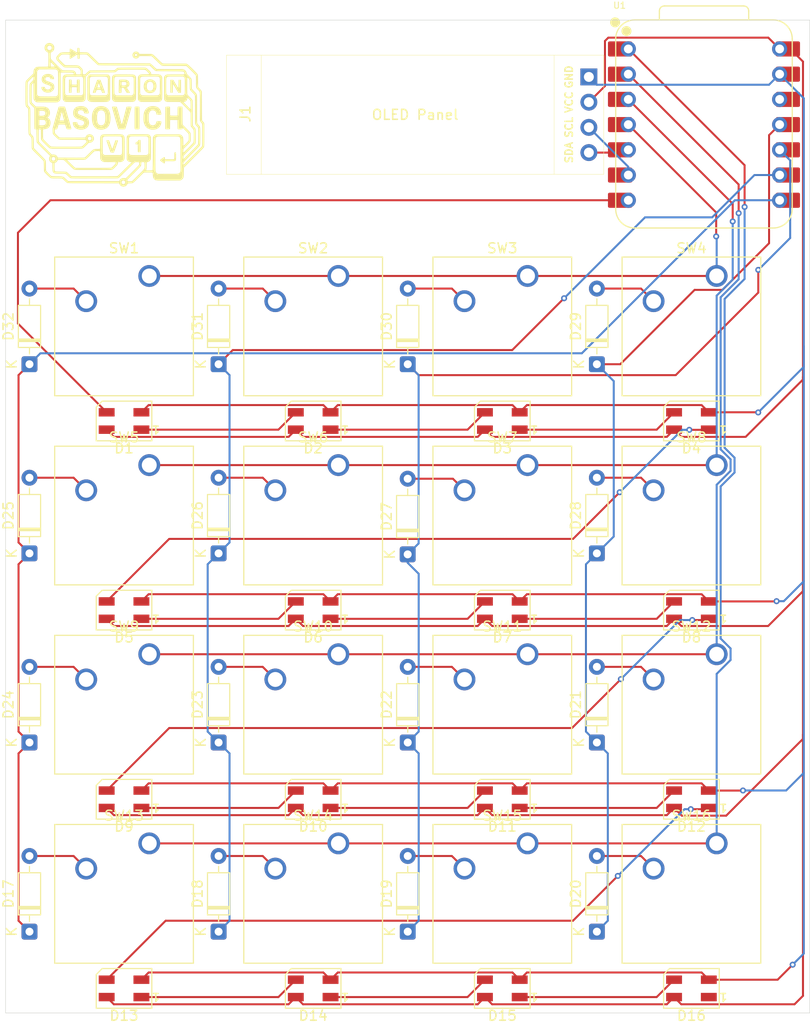
<source format=kicad_pcb>
(kicad_pcb (version 20241229) (generator "pcbnew") (generator_version "9.0")
  (layers (0 "F.Cu" signal) (2 "B.Cu" signal) (13 "F.Paste" user) (15 "B.Paste" user) (5 "F.SilkS" user "F.Silkscreen") (7 "B.SilkS" user "B.Silkscreen") (1 "F.Mask" user) (3 "B.Mask" user) (25 "Edge.Cuts" user))
  (net 0 "")
  (net 1 "GND")
  (net 2 "Net-(D1-DOUT)")
  (net 3 "+5V")
  (net 4 "Net-(D1-DIN)")
  (net 5 "Net-(D2-DOUT)")
  (net 6 "Net-(D3-DOUT)")
  (net 7 "Net-(D4-DOUT)")
  (net 8 "Net-(D5-DOUT)")
  (net 10 "Net-(D6-DOUT)")
  (net 11 "Net-(D7-DOUT)")
  (net 12 "Net-(D8-DOUT)")
  (net 13 "Net-(D10-DIN)")
  (net 14 "Net-(D10-DOUT)")
  (net 15 "Net-(D11-DOUT)")
  (net 16 "Net-(D12-DOUT)")
  (net 17 "Net-(D13-DOUT)")
  (net 18 "Net-(D14-DOUT)")
  (net 19 "Net-(D15-DOUT)")
  (net 21 "Net-(D17-K)")
  (net 22 "Net-(D17-A)")
  (net 23 "Net-(D18-A)")
  (net 24 "Net-(D18-K)")
  (net 25 "Net-(D19-A)")
  (net 26 "Net-(D19-K)")
  (net 27 "Net-(D20-A)")
  (net 28 "Net-(D20-K)")
  (net 29 "Net-(D21-A)")
  (net 30 "Net-(D22-A)")
  (net 31 "Net-(D23-A)")
  (net 32 "Net-(D24-A)")
  (net 33 "Net-(D25-A)")
  (net 34 "Net-(D26-A)")
  (net 35 "Net-(D27-A)")
  (net 36 "Net-(D28-A)")
  (net 37 "Net-(D29-A)")
  (net 38 "Net-(D30-A)")
  (net 39 "Net-(D31-A)")
  (net 40 "Net-(D32-A)")
  (net 41 "Net-(J1-Pin_4)")
  (net 42 "Net-(J1-Pin_3)")
  (net 43 "Net-(U1-GPIO29{slash}ADC3{slash}A3)")
  (net 44 "Net-(U1-GPIO28{slash}ADC2{slash}A2)")
  (net 45 "Net-(U1-GPIO27{slash}ADC1{slash}A1)")
  (net 46 "Net-(U1-GPIO26{slash}ADC0{slash}A0)")
  (footprint "LED_SMD:LED_SK6812MINI_PLCC4_3.5x3.5mm_P1.75mm" (layer "F.Cu") (at 202.406 92.86875 180)
    (property "Reference" "D5")
    (property "Value" "SK6812MINI")
  )
  (footprint "Diode_THT:D_DO-35_SOD27_P7.62mm_Horizontal" (layer "F.Cu") (at 230.975 87.25375 90)
    (property "Reference" "D27")
    (property "Value" "1N4148")
  )
  (footprint "LED_SMD:LED_SK6812MINI_PLCC4_3.5x3.5mm_P1.75mm" (layer "F.Cu") (at 221.456 73.81875 180)
    (property "Reference" "D2")
    (property "Value" "SK6812MINI")
  )
  (footprint "LED_SMD:LED_SK6812MINI_PLCC4_3.5x3.5mm_P1.75mm" (layer "F.Cu") (at 259.556 73.81875 180)
    (property "Reference" "D4")
    (property "Value" "SK6812MINI")
  )
  (footprint "LED_SMD:LED_SK6812MINI_PLCC4_3.5x3.5mm_P1.75mm" (layer "F.Cu") (at 202.406 130.96875 180)
    (property "Reference" "D13")
    (property "Value" "SK6812MINI")
  )
  (footprint "LED_SMD:LED_SK6812MINI_PLCC4_3.5x3.5mm_P1.75mm" (layer "F.Cu") (at 221.456 92.86875 180)
    (property "Reference" "D6")
    (property "Value" "SK6812MINI")
  )
  (footprint "OPL:XIAO-RP2040-DIP" (layer "F.Cu") (at 260.81875 43.9685)
    (property "Reference" "U1")
    (property "Value" "XIAO-RP2040-DIP")
  )
  (footprint "Diode_THT:D_DO-35_SOD27_P7.62mm_Horizontal" (layer "F.Cu") (at 230.98125 125.25375 90)
    (property "Reference" "D19")
    (property "Value" "1N4148")
  )
  (footprint "Diode_THT:D_DO-35_SOD27_P7.62mm_Horizontal" (layer "F.Cu") (at 230.98125 68.10375 90)
    (property "Reference" "D30")
    (property "Value" "1N4148")
  )
  (footprint "LED_SMD:LED_SK6812MINI_PLCC4_3.5x3.5mm_P1.75mm" (layer "F.Cu") (at 240.506 130.96875 180)
    (property "Reference" "D15")
    (property "Value" "SK6812MINI")
  )
  (footprint "Diode_THT:D_DO-35_SOD27_P7.62mm_Horizontal" (layer "F.Cu") (at 230.98125 106.20375 90)
    (property "Reference" "D22")
    (property "Value" "1N4148")
  )
  (footprint "Diode_THT:D_DO-35_SOD27_P7.62mm_Horizontal" (layer "F.Cu") (at 211.93125 125.25375 90)
    (property "Reference" "D18")
    (property "Value" "1N4148")
  )
  (footprint "Button_Switch_Keyboard:SW_Cherry_MX_1.00u_PCB" (layer "F.Cu") (at 262.09625 78.26375)
    (property "Reference" "SW8")
    (property "Value" "SW_Push")
  )
  (footprint "LED_SMD:LED_SK6812MINI_PLCC4_3.5x3.5mm_P1.75mm" (layer "F.Cu") (at 240.506 73.81875 180)
    (property "Reference" "D3")
    (property "Value" "SK6812MINI")
  )
  (footprint "LED_SMD:LED_SK6812MINI_PLCC4_3.5x3.5mm_P1.75mm" (layer "F.Cu") (at 202.406 111.91875 180)
    (property "Reference" "D9")
    (property "Value" "SK6812MINI")
  )
  (footprint "OLED:SSD1306-0.91-OLED-4pin-128x32" (layer "F.Cu") (at 212.72525 36.9775)
    (property "Reference" "J1")
    (property "Value" "Conn_01x04_Pin")
  )
  (footprint "LED_SMD:LED_SK6812MINI_PLCC4_3.5x3.5mm_P1.75mm" (layer "F.Cu") (at 259.556 111.91875 180)
    (property "Reference" "D12")
    (property "Value" "SK6812MINI")
  )
  (footprint "LED_SMD:LED_SK6812MINI_PLCC4_3.5x3.5mm_P1.75mm" (layer "F.Cu") (at 240.506 92.86875 180)
    (property "Reference" "D7")
    (property "Value" "SK6812MINI")
  )
  (footprint "Button_Switch_Keyboard:SW_Cherry_MX_1.00u_PCB" (layer "F.Cu") (at 204.94625 59.21375)
    (property "Reference" "SW1")
    (property "Value" "SW_Push")
  )
  (footprint "Diode_THT:D_DO-35_SOD27_P7.62mm_Horizontal" (layer "F.Cu") (at 250.03125 106.20375 90)
    (property "Reference" "D21")
    (property "Value" "1N4148")
  )
  (footprint "Button_Switch_Keyboard:SW_Cherry_MX_1.00u_PCB" (layer "F.Cu") (at 223.99625 97.31375)
    (property "Reference" "SW10")
    (property "Value" "SW_Push")
  )
  (footprint "Diode_THT:D_DO-35_SOD27_P7.62mm_Horizontal" (layer "F.Cu") (at 250.03125 125.25375 90)
    (property "Reference" "D20")
    (property "Value" "1N4148")
  )
  (footprint "SB:SBfinal" (layer "F.Cu") (at 201.64 42.9)
    (property "Reference" "G***" (hide yes))
    (property "Value" "LOGO" (hide yes))
  )
  (footprint "Button_Switch_Keyboard:SW_Cherry_MX_1.00u_PCB" (layer "F.Cu") (at 204.94625 78.26375)
    (property "Reference" "SW5")
    (property "Value" "SW_Push")
  )
  (footprint "Diode_THT:D_DO-35_SOD27_P7.62mm_Horizontal" (layer "F.Cu") (at 192.88125 68.10375 90)
    (property "Reference" "D32")
    (property "Value" "1N4148")
  )
  (footprint "Button_Switch_Keyboard:SW_Cherry_MX_1.00u_PCB" (layer "F.Cu") (at 204.94625 97.31375)
    (property "Reference" "SW9")
    (property "Value" "SW_Push")
  )
  (footprint "LED_SMD:LED_SK6812MINI_PLCC4_3.5x3.5mm_P1.75mm" (layer "F.Cu") (at 221.456 111.91875 180)
    (property "Reference" "D10")
    (property "Value" "SK6812MINI")
  )
  (footprint "Button_Switch_Keyboard:SW_Cherry_MX_1.00u_PCB" (layer "F.Cu") (at 262.09625 59.21375)
    (property "Reference" "SW4")
    (property "Value" "SW_Push")
  )
  (footprint "LED_SMD:LED_SK6812MINI_PLCC4_3.5x3.5mm_P1.75mm" (layer "F.Cu") (at 202.406 73.81875 180)
    (property "Reference" "D1")
    (property "Value" "SK6812MINI")
  )
  (footprint "Button_Switch_Keyboard:SW_Cherry_MX_1.00u_PCB" (layer "F.Cu") (at 262.09625 97.31375)
    (property "Reference" "SW12")
    (property "Value" "SW_Push")
  )
  (footprint "Diode_THT:D_DO-35_SOD27_P7.62mm_Horizontal" (layer "F.Cu") (at 192.88125 87.15375 90)
    (property "Reference" "D25")
    (property "Value" "1N4148")
  )
  (footprint "Diode_THT:D_DO-35_SOD27_P7.62mm_Horizontal" (layer "F.Cu") (at 211.931 87.15375 90)
    (property "Reference" "D26")
    (property "Value" "1N4148")
  )
  (footprint "Button_Switch_Keyboard:SW_Cherry_MX_1.00u_PCB" (layer "F.Cu") (at 204.94625 116.36375)
    (property "Reference" "SW13")
    (property "Value" "SW_Push")
  )
  (footprint "Button_Switch_Keyboard:SW_Cherry_MX_1.00u_PCB" (layer "F.Cu") (at 262.09625 116.36375)
    (property "Reference" "SW16")
    (property "Value" "SW_Push")
  )
  (footprint "LED_SMD:LED_SK6812MINI_PLCC4_3.5x3.5mm_P1.75mm" (layer "F.Cu") (at 221.456 130.96875 180)
    (property "Reference" "D14")
    (property "Value" "SK6812MINI")
  )
  (footprint "Button_Switch_Keyboard:SW_Cherry_MX_1.00u_PCB" (layer "F.Cu") (at 223.99625 116.36375)
    (property "Reference" "SW14")
    (property "Value" "SW_Push")
  )
  (footprint "Diode_THT:D_DO-35_SOD27_P7.62mm_Horizontal" (layer "F.Cu") (at 211.93125 106.20375 90)
    (property "Reference" "D23")
    (property "Value" "1N4148")
  )
  (footprint "Button_Switch_Keyboard:SW_Cherry_MX_1.00u_PCB" (layer "F.Cu") (at 243.04625 116.36375)
    (property "Reference" "SW15")
    (property "Value" "SW_Push")
  )
  (footprint "Diode_THT:D_DO-35_SOD27_P7.62mm_Horizontal" (layer "F.Cu") (at 250.03125 68.10375 90)
    (property "Reference" "D29")
    (property "Value" "1N4148")
  )
  (footprint "Diode_THT:D_DO-35_SOD27_P7.62mm_Horizontal" (layer "F.Cu") (at 250.031 87.15375 90)
    (property "Reference" "D28")
    (property "Value" "1N4148")
  )
  (footprint "LED_SMD:LED_SK6812MINI_PLCC4_3.5x3.5mm_P1.75mm" (layer "F.Cu") (at 259.556 92.86875 180)
    (property "Reference" "D8")
    (property "Value" "SK6812MINI")
  )
  (footprint "Button_Switch_Keyboard:SW_Cherry_MX_1.00u_PCB" (layer "F.Cu") (at 243.04625 78.26375)
    (property "Reference" "SW7")
    (property "Value" "SW_Push")
  )
  (footprint "Button_Switch_Keyboard:SW_Cherry_MX_1.00u_PCB" (layer "F.Cu") (at 223.99625 78.26375)
    (property "Reference" "SW6")
    (property "Value" "SW_Push")
  )
  (footprint "LED_SMD:LED_SK6812MINI_PLCC4_3.5x3.5mm_P1.75mm" (layer "F.Cu") (at 259.556 130.96875 180)
    (property "Reference" "D16")
    (property "Value" "SK6812MINI")
  )
  (footprint "LED_SMD:LED_SK6812MINI_PLCC4_3.5x3.5mm_P1.75mm" (layer "F.Cu") (at 240.506 111.91875 180)
    (property "Reference" "D11")
    (property "Value" "SK6812MINI")
  )
  (footprint "Button_Switch_Keyboard:SW_Cherry_MX_1.00u_PCB" (layer "F.Cu") (at 243.04625 97.31375)
    (property "Reference" "SW11")
    (property "Value" "SW_Push")
  )
  (footprint "Diode_THT:D_DO-35_SOD27_P7.62mm_Horizontal" (layer "F.Cu") (at 211.93125 68.10375 90)
    (property "Reference" "D31")
    (property "Value" "1N4148")
  )
  (footprint "Diode_THT:D_DO-35_SOD27_P7.62mm_Horizontal" (layer "F.Cu") (at 192.88125 125.25375 90)
    (property "Reference" "D17")
    (property "Value" "1N4148")
  )
  (footprint "Diode_THT:D_DO-35_SOD27_P7.62mm_Horizontal" (layer "F.Cu") (at 192.88125 106.20375 90)
    (property "Reference" "D24")
    (property "Value" "1N4148")
  )
  (footprint "Button_Switch_Keyboard:SW_Cherry_MX_1.00u_PCB" (layer "F.Cu") (at 223.99625 59.21375)
    (property "Reference" "SW2")
    (property "Value" "SW_Push")
  )
  (footprint "Button_Switch_Keyboard:SW_Cherry_MX_1.00u_PCB" (layer "F.Cu") (at 243.04625 59.21375)
    (property "Reference" "SW3")
    (property "Value" "SW_Push")
  )
  (gr_rect (start 190.475 33.44375) (end 271.475 133.44375) (stroke (width 0.05)) (fill no) (layer "Edge.Cuts"))
  (segment (start 204.156 72.94375) (end 204.882 72.21775) (width 0.2) (layer "F.Cu") (net 1))
  (segment (start 204.156 111.04375) (end 204.882 110.31775) (width 0.2) (layer "F.Cu") (net 1))
  (segment (start 261.306 111.04375) (end 264.73772 111.04375) (width 0.2) (layer "F.Cu") (net 1))
  (segment (start 222.48 129.36775) (end 223.206 130.09375) (width 0.2) (layer "F.Cu") (net 1))
  (segment (start 223.206 91.99375) (end 223.932 91.26775) (width 0.2) (layer "F.Cu") (net 1))
  (segment (start 222.48 72.21775) (end 223.206 72.94375) (width 0.2) (layer "F.Cu") (net 1))
  (segment (start 268.23625 130.09375) (end 269.75 128.58) (width 0.2) (layer "F.Cu") (net 1))
  (segment (start 242.982 72.21775) (end 260.58 72.21775) (width 0.2) (layer "F.Cu") (net 1))
  (segment (start 204.156 91.99375) (end 204.882 91.26775) (width 0.2) (layer "F.Cu") (net 1))
  (segment (start 260.58 129.36775) (end 261.306 130.09375) (width 0.2) (layer "F.Cu") (net 1))
  (segment (start 266.26375 72.94375) (end 266.28 72.96) (width 0.2) (layer "F.Cu") (net 1))
  (segment (start 264.73772 111.04375) (end 264.745735 111.035735) (width 0.2) (layer "F.Cu") (net 1))
  (segment (start 260.58 110.31775) (end 261.306 111.04375) (width 0.2) (layer "F.Cu") (net 1))
  (segment (start 204.156 130.09375) (end 204.882 129.36775) (width 0.2) (layer "F.Cu") (net 1))
  (segment (start 223.206 130.09375) (end 223.932 129.36775) (width 0.2) (layer "F.Cu") (net 1))
  (segment (start 241.53 72.21775) (end 242.256 72.94375) (width 0.2) (layer "F.Cu") (net 1))
  (segment (start 242.256 91.99375) (end 242.982 91.26775) (width 0.2) (layer "F.Cu") (net 1))
  (segment (start 204.882 110.31775) (end 222.48 110.31775) (width 0.2) (layer "F.Cu") (net 1))
  (segment (start 241.53 129.36775) (end 242.256 130.09375) (width 0.2) (layer "F.Cu") (net 1))
  (segment (start 242.982 129.36775) (end 260.58 129.36775) (width 0.2) (layer "F.Cu") (net 1))
  (segment (start 260.58 91.26775) (end 261.306 91.99375) (width 0.2) (layer "F.Cu") (net 1))
  (segment (start 241.53 91.26775) (end 242.256 91.99375) (width 0.2) (layer "F.Cu") (net 1))
  (segment (start 223.206 111.04375) (end 223.932 110.31775) (width 0.2) (layer "F.Cu") (net 1))
  (segment (start 222.48 110.31775) (end 223.206 111.04375) (width 0.2) (layer "F.Cu") (net 1))
  (segment (start 261.306 130.09375) (end 268.23625 130.09375) (width 0.2) (layer "F.Cu") (net 1))
  (segment (start 261.306 72.94375) (end 261.44225 73.08) (width 0.2) (layer "F.Cu") (net 1))
  (segment (start 223.206 72.94375) (end 223.932 72.21775) (width 0.2) (layer "F.Cu") (net 1))
  (segment (start 223.932 129.36775) (end 241.53 129.36775) (width 0.2) (layer "F.Cu") (net 1))
  (segment (start 223.932 91.26775) (end 241.53 91.26775) (width 0.2) (layer "F.Cu") (net 1))
  (segment (start 261.306 72.94375) (end 266.26375 72.94375) (width 0.2) (layer "F.Cu") (net 1))
  (segment (start 260.58 72.21775) (end 261.306 72.94375) (width 0.2) (layer "F.Cu") (net 1))
  (segment (start 241.53 110.31775) (end 242.256 111.04375) (width 0.2) (layer "F.Cu") (net 1))
  (segment (start 268.10625 91.99375) (end 268.13 91.97) (width 0.2) (layer "F.Cu") (net 1))
  (segment (start 261.306 91.99375) (end 268.10625 91.99375) (width 0.2) (layer "F.Cu") (net 1))
  (segment (start 242.982 110.31775) (end 260.58 110.31775) (width 0.2) (layer "F.Cu") (net 1))
  (segment (start 242.256 72.94375) (end 242.982 72.21775) (width 0.2) (layer "F.Cu") (net 1))
  (segment (start 242.256 111.04375) (end 242.982 110.31775) (width 0.2) (layer "F.Cu") (net 1))
  (segment (start 222.48 91.26775) (end 223.206 91.99375) (width 0.2) (layer "F.Cu") (net 1))
  (segment (start 204.882 72.21775) (end 222.48 72.21775) (width 0.2) (layer "F.Cu") (net 1))
  (segment (start 204.882 129.36775) (end 222.48 129.36775) (width 0.2) (layer "F.Cu") (net 1))
  (segment (start 223.932 110.31775) (end 241.53 110.31775) (width 0.2) (layer "F.Cu") (net 1))
  (segment (start 242.982 91.26775) (end 260.58 91.26775) (width 0.2) (layer "F.Cu") (net 1))
  (segment (start 223.932 72.21775) (end 241.53 72.21775) (width 0.2) (layer "F.Cu") (net 1))
  (segment (start 204.882 91.26775) (end 222.48 91.26775) (width 0.2) (layer "F.Cu") (net 1))
  (segment (start 242.256 130.09375) (end 242.982 129.36775) (width 0.2) (layer "F.Cu") (net 1))
  (via (at 264.745735 111.035735) (size 0.6) (drill 0.3) (layers "F.Cu" "B.Cu") (net 1))
  (via (at 266.28 72.96) (size 0.6) (drill 0.3) (layers "F.Cu" "B.Cu") (net 1))
  (via (at 268.13 91.97) (size 0.6) (drill 0.3) (layers "F.Cu" "B.Cu") (net 1))
  (via (at 269.75 128.58) (size 0.6) (drill 0.3) (layers "F.Cu" "B.Cu") (net 1))
  (segment (start 270.874 41.32375) (end 268.43875 38.8885) (width 0.2) (layer "B.Cu") (net 1))
  (segment (start 270.874 68.366) (end 270.874 66.28) (width 0.2) (layer "B.Cu") (net 1))
  (segment (start 267.37575 39.9515) (end 268.43875 38.8885) (width 0.2) (layer "B.Cu") (net 1))
  (segment (start 270.874 66.28) (end 270.874 41.32375) (width 0.2) (layer "B.Cu") (net 1))
  (segment (start 268.86 91.97) (end 270.874 89.956) (width 0.2) (layer "B.Cu") (net 1))
  (segment (start 270.874 109.26) (end 270.874 89.94) (width 0.2) (layer "B.Cu") (net 1))
  (segment (start 249.22525 39.1675) (end 250.00925 39.9515) (width 0.2) (layer "B.Cu") (net 1))
  (segment (start 248.59625 39.1675) (end 249.8325 39.1675) (width 0.2) (layer "B.Cu") (net 1))
  (segment (start 269.75 128.58) (end 270.874 127.456) (width 0.2) (layer "B.Cu") (net 1))
  (segment (start 264.745735 111.035735) (end 269.098265 111.035735) (width 0.2) (layer "B.Cu") (net 1))
  (segment (start 266.28 72.96) (end 270.874 68.366) (width 0.2) (layer "B.Cu") (net 1))
  (segment (start 270.874 127.456) (end 270.874 109.26) (width 0.2) (layer "B.Cu") (net 1))
  (segment (start 268.13 91.97) (end 268.86 91.97) (width 0.2) (layer "B.Cu") (net 1))
  (segment (start 270.874 89.94) (end 270.874 66.28) (width 0.2) (layer "B.Cu") (net 1))
  (segment (start 270.874 89.956) (end 270.874 89.94) (width 0.2) (layer "B.Cu") (net 1))
  (segment (start 269.098265 111.035735) (end 270.874 109.26) (width 0.2) (layer "B.Cu") (net 1))
  (segment (start 250.00925 39.9515) (end 267.37575 39.9515) (width 0.2) (layer "B.Cu") (net 1))
  (segment (start 217.956 74.69375) (end 219.706 72.94375) (width 0.2) (layer "F.Cu") (net 2))
  (segment (start 204.156 74.69375) (end 217.956 74.69375) (width 0.2) (layer "F.Cu") (net 2))
  (segment (start 238.756 131.84375) (end 238.03 132.56975) (width 0.2) (layer "F.Cu") (net 3))
  (segment (start 218.98 94.46975) (end 201.382 94.46975) (width 0.2) (layer "F.Cu") (net 3))
  (segment (start 265.01425 75.41975) (end 270.79075 69.64325) (width 0.2) (layer "F.Cu") (net 3))
  (segment (start 257.08 132.56975) (end 239.482 132.56975) (width 0.2) (layer "F.Cu") (net 3))
  (segment (start 238.756 112.79375) (end 238.03 113.51975) (width 0.2) (layer "F.Cu") (net 3))
  (segment (start 257.806 93.74375) (end 257.08 94.46975) (width 0.2) (layer "F.Cu") (net 3))
  (segment (start 250.84675 40.086) (end 250.84675 35.546874) (width 0.2) (layer "F.Cu") (net 3))
  (segment (start 238.756 93.74375) (end 238.03 94.46975) (width 0.2) (layer "F.Cu") (net 3))
  (segment (start 239.482 113.51975) (end 238.756 112.79375) (width 0.2) (layer "F.Cu") (net 3))
  (segment (start 270.79075 37.62287) (end 269.51638 36.3485) (width 0.2) (layer "F.Cu") (net 3))
  (segment (start 201.382 113.51975) (end 200.656 112.79375) (width 0.2) (layer "F.Cu") (net 3))
  (segment (start 239.482 75.41975) (end 257.08 75.41975) (width 0.2) (layer "F.Cu") (net 3))
  (segment (start 220.432 94.46975) (end 219.706 93.74375) (width 0.2) (layer "F.Cu") (net 3))
  (segment (start 257.806 131.84375) (end 258.532 132.56975) (width 0.2) (layer "F.Cu") (net 3))
  (segment (start 257.806 112.79375) (end 258.58225 113.57) (width 0.2) (layer "F.Cu") (net 3))
  (segment (start 257.08 75.41975) (end 257.806 74.69375) (width 0.2) (layer "F.Cu") (net 3))
  (segment (start 258.58225 113.57) (end 263.06 113.57) (width 0.2) (layer "F.Cu") (net 3))
  (segment (start 267.30025 35.21) (end 268.43875 36.3485) (width 0.2) (layer "F.Cu") (net 3))
  (segment (start 238.03 113.51975) (end 220.432 113.51975) (width 0.2) (layer "F.Cu") (net 3))
  (segment (start 257.08 94.46975) (end 239.482 94.46975) (width 0.2) (layer "F.Cu") (net 3))
  (segment (start 257.806 93.74375) (end 258.532 94.46975) (width 0.2) (layer "F.Cu") (net 3))
  (segment (start 250.84675 35.546874) (end 251.183624 35.21) (width 0.2) (layer "F.Cu") (net 3))
  (segment (start 239.482 94.46975) (end 238.756 93.74375) (width 0.2) (layer "F.Cu") (net 3))
  (segment (start 239.482 132.56975) (end 238.756 131.84375) (width 0.2) (layer "F.Cu") (net 3))
  (segment (start 201.382 132.56975) (end 200.656 131.84375) (width 0.2) (layer "F.Cu") (net 3))
  (segment (start 257.08 132.56975) (end 257.806 131.84375) (width 0.2) (layer "F.Cu") (net 3))
  (segment (start 257.08 113.51975) (end 239.482 113.51975) (width 0.2) (layer "F.Cu") (net 3))
  (segment (start 218.98 75.41975) (end 219.706 74.69375) (width 0.2) (layer "F.Cu") (net 3))
  (segment (start 251.183624 35.21) (end 267.30025 35.21) (width 0.2) (layer "F.Cu") (net 3))
  (segment (start 219.706 112.79375) (end 218.98 113.51975) (width 0.2) (layer "F.Cu") (net 3))
  (segment (start 220.432 113.51975) (end 219.706 112.79375) (width 0.2) (layer "F.Cu") (net 3))
  (segment (start 218.98 132.56975) (end 201.382 132.56975) (width 0.2) (layer "F.Cu") (net 3))
  (segment (start 257.806 112.79375) (end 257.08 113.51975) (width 0.2) (layer "F.Cu") (net 3))
  (segment (start 220.432 75.41975) (end 238.03 75.41975) (width 0.2) (layer "F.Cu") (net 3))
  (segment (start 219.706 131.84375) (end 218.98 132.56975) (width 0.2) (layer "F.Cu") (net 3))
  (segment (start 270.79075 105.83925) (end 270.79075 105.4) (width 0.2) (layer "F.Cu") (net 3))
  (segment (start 270.79075 69.64325) (end 270.79075 69.38) (width 0.2) (layer "F.Cu") (net 3))
  (segment (start 258.532 75.41975) (end 265.01425 75.41975) (width 0.2) (layer "F.Cu") (net 3))
  (segment (start 219.706 74.69375) (end 220.432 75.41975) (width 0.2) (layer "F.Cu") (net 3))
  (segment (start 270.79075 90.95925) (end 270.79075 90.05) (width 0.2) (layer "F.Cu") (net 3))
  (segment (start 269.94025 132.56975) (end 270.79075 131.71925) (width 0.2) (layer "F.Cu") (net 3))
  (segment (start 249.22525 41.7075) (end 250.84675 40.086) (width 0.2) (layer "F.Cu") (net 3))
  (segment (start 218.98 113.51975) (end 201.382 113.51975) (width 0.2) (layer "F.Cu") (net 3))
  (segment (start 270.79075 131.71925) (end 270.79075 105.4) (width 0.2) (layer "F.Cu") (net 3))
  (segment (start 257.806 74.69375) (end 258.532 75.41975) (width 0.2) (layer "F.Cu") (net 3))
  (segment (start 258.532 94.46975) (end 267.28025 94.46975) (width 0.2) (layer "F.Cu") (net 3))
  (segment (start 238.756 74.69375) (end 239.482 75.41975) (width 0.2) (layer "F.Cu") (net 3))
  (segment (start 263.06 113.57) (end 270.79075 105.83925) (width 0.2) (layer "F.Cu") (net 3))
  (segment (start 270.79075 69.38) (end 270.79075 37.62287) (width 0.2) (layer "F.Cu") (net 3))
  (segment (start 219.706 93.74375) (end 218.98 94.46975) (width 0.2) (layer "F.Cu") (net 3))
  (segment (start 220.432 132.56975) (end 219.706 131.84375) (width 0.2) (layer "F.Cu") (net 3))
  (segment (start 201.382 94.46975) (end 200.656 93.74375) (width 0.2) (layer "F.Cu") (net 3))
  (segment (start 238.03 75.41975) (end 238.756 74.69375) (width 0.2) (layer "F.Cu") (net 3))
  (segment (start 201.382 75.41975) (end 218.98 75.41975) (width 0.2) (layer "F.Cu") (net 3))
  (segment (start 258.532 132.56975) (end 269.94025 132.56975) (width 0.2) (layer "F.Cu") (net 3))
  (segment (start 267.28025 94.46975) (end 270.79075 90.95925) (width 0.2) (layer "F.Cu") (net 3))
  (segment (start 200.656 74.69375) (end 201.382 75.41975) (width 0.2) (layer "F.Cu") (net 3))
  (segment (start 248.59625 41.7075) (end 248.59625 41.297374) (width 0.2) (layer "F.Cu") (net 3))
  (segment (start 238.03 94.46975) (end 220.432 94.46975) (width 0.2) (layer "F.Cu") (net 3))
  (segment (start 269.51638 36.3485) (end 268.43875 36.3485) (width 0.2) (layer "F.Cu") (net 3))
  (segment (start 270.79075 105.4) (end 270.79075 90.05) (width 0.2) (layer "F.Cu") (net 3))
  (segment (start 270.79075 90.05) (end 270.79075 69.38) (width 0.2) (layer "F.Cu") (net 3))
  (segment (start 238.03 132.56975) (end 220.432 132.56975) (width 0.2) (layer "F.Cu") (net 3))
  (segment (start 200.656 72.94375) (end 191.72 64.00775) (width 0.2) (layer "F.Cu") (net 4))
  (segment (start 191.72 54.86) (end 194.9915 51.5885) (width 0.2) (layer "F.Cu") (net 4))
  (segment (start 191.72 64.00775) (end 191.72 54.86) (width 0.2) (layer "F.Cu") (net 4))
  (segment (start 194.9915 51.5885) (end 253.19875 51.5885) (width 0.2) (layer "F.Cu") (net 4))
  (segment (start 237.006 74.69375) (end 238.756 72.94375) (width 0.2) (layer "F.Cu") (net 5))
  (segment (start 223.206 74.69375) (end 237.006 74.69375) (width 0.2) (layer "F.Cu") (net 5))
  (segment (start 242.256 74.69375) (end 256.056 74.69375) (width 0.2) (layer "F.Cu") (net 6))
  (segment (start 256.056 74.69375) (end 257.806 72.94375) (width 0.2) (layer "F.Cu") (net 6))
  (segment (start 261.28975 74.71) (end 261.306 74.69375) (width 0.2) (layer "F.Cu") (net 7))
  (segment (start 259.34 74.71) (end 261.28975 74.71) (width 0.2) (layer "F.Cu") (net 7))
  (segment (start 200.656 91.99375) (end 206.955 85.69475) (width 0.2) (layer "F.Cu") (net 7))
  (segment (start 206.955 85.69475) (end 247.63525 85.69475) (width 0.2) (layer "F.Cu") (net 7))
  (segment (start 247.63525 85.69475) (end 252.33 81) (width 0.2) (layer "F.Cu") (net 7))
  (via (at 259.34 74.71) (size 0.6) (drill 0.3) (layers "F.Cu" "B.Cu") (net 7))
  (via (at 252.33 81) (size 0.6) (drill 0.3) (layers "F.Cu" "B.Cu") (net 7))
  (segment (start 258.62 74.71) (end 259.34 74.71) (width 0.2) (layer "B.Cu") (net 7))
  (segment (start 252.33 81) (end 258.62 74.71) (width 0.2) (layer "B.Cu") (net 7))
  (segment (start 204.156 93.74375) (end 217.956 93.74375) (width 0.2) (layer "F.Cu") (net 8))
  (segment (start 217.956 93.74375) (end 219.706 91.99375) (width 0.2) (layer "F.Cu") (net 8))
  (segment (start 237.006 93.74375) (end 238.756 91.99375) (width 0.2) (layer "F.Cu") (net 10))
  (segment (start 223.206 93.74375) (end 237.006 93.74375) (width 0.2) (layer "F.Cu") (net 10))
  (segment (start 242.256 93.74375) (end 256.056 93.74375) (width 0.2) (layer "F.Cu") (net 11))
  (segment (start 256.056 93.74375) (end 257.806 91.99375) (width 0.2) (layer "F.Cu") (net 11))
  (segment (start 247.52525 104.74475) (end 252.45 99.82) (width 0.2) (layer "F.Cu") (net 12))
  (segment (start 200.656 111.04375) (end 206.955 104.74475) (width 0.2) (layer "F.Cu") (net 12))
  (segment (start 259.64 93.86975) (end 261.18 93.86975) (width 0.2) (layer "F.Cu") (net 12))
  (segment (start 206.955 104.74475) (end 247.52525 104.74475) (width 0.2) (layer "F.Cu") (net 12))
  (segment (start 261.18 93.86975) (end 261.306 93.74375) (width 0.2) (layer "F.Cu") (net 12))
  (via (at 259.64 93.86975) (size 0.6) (drill 0.3) (layers "F.Cu" "B.Cu") (net 12))
  (via (at 252.45 99.82) (size 0.6) (drill 0.3) (layers "F.Cu" "B.Cu") (net 12))
  (segment (start 252.45 99.82) (end 258.40025 93.86975) (width 0.2) (layer "B.Cu") (net 12))
  (segment (start 258.40025 93.86975) (end 259.64 93.86975) (width 0.2) (layer "B.Cu") (net 12))
  (segment (start 217.956 112.79375) (end 219.706 111.04375) (width 0.2) (layer "F.Cu") (net 13))
  (segment (start 204.156 112.79375) (end 217.956 112.79375) (width 0.2) (layer "F.Cu") (net 13))
  (segment (start 223.206 112.79375) (end 237.006 112.79375) (width 0.2) (layer "F.Cu") (net 14))
  (segment (start 237.006 112.79375) (end 238.756 111.04375) (width 0.2) (layer "F.Cu") (net 14))
  (segment (start 256.056 112.79375) (end 257.806 111.04375) (width 0.2) (layer "F.Cu") (net 15))
  (segment (start 242.256 112.79375) (end 256.056 112.79375) (width 0.2) (layer "F.Cu") (net 15))
  (segment (start 200.656 130.09375) (end 206.597 124.15275) (width 0.2) (layer "F.Cu") (net 16))
  (segment (start 261.18 112.91975) (end 261.306 112.79375) (width 0.2) (layer "F.Cu") (net 16))
  (segment (start 259.49 112.91975) (end 261.18 112.91975) (width 0.2) (layer "F.Cu") (net 16))
  (segment (start 206.597 124.15275) (end 247.62725 124.15275) (width 0.2) (layer "F.Cu") (net 16))
  (segment (start 247.62725 124.15275) (end 252.14 119.64) (width 0.2) (layer "F.Cu") (net 16))
  (via (at 252.14 119.64) (size 0.6) (drill 0.3) (layers "F.Cu" "B.Cu") (net 16))
  (via (at 259.49 112.91975) (size 0.6) (drill 0.3) (layers "F.Cu" "B.Cu") (net 16))
  (segment (start 252.14 119.64) (end 258.86025 112.91975) (width 0.2) (layer "B.Cu") (net 16))
  (segment (start 258.86025 112.91975) (end 259.49 112.91975) (width 0.2) (layer "B.Cu") (net 16))
  (segment (start 204.156 131.84375) (end 217.956 131.84375) (width 0.2) (layer "F.Cu") (net 17))
  (segment (start 217.956 131.84375) (end 219.706 130.09375) (width 0.2) (layer "F.Cu") (net 17))
  (segment (start 223.206 131.84375) (end 237.006 131.84375) (width 0.2) (layer "F.Cu") (net 18))
  (segment (start 237.006 131.84375) (end 238.756 130.09375) (width 0.2) (layer "F.Cu") (net 18))
  (segment (start 256.056 131.84375) (end 257.806 130.09375) (width 0.2) (layer "F.Cu") (net 19))
  (segment (start 242.256 131.84375) (end 256.056 131.84375) (width 0.2) (layer "F.Cu") (net 19))
  (segment (start 191.78025 124.15275) (end 191.78025 107.30475) (width 0.2) (layer "F.Cu") (net 21))
  (segment (start 191.78025 69.20475) (end 192.88125 68.10375) (width 0.2) (layer "F.Cu") (net 21))
  (segment (start 192.88125 87.15375) (end 191.78025 86.05275) (width 0.2) (layer "F.Cu") (net 21))
  (segment (start 192.88125 106.20375) (end 191.78025 105.10275) (width 0.2) (layer "F.Cu") (net 21))
  (segment (start 192.88125 125.25375) (end 191.78025 124.15275) (width 0.2) (layer "F.Cu") (net 21))
  (segment (start 191.78025 86.05275) (end 191.78025 69.20475) (width 0.2) (layer "F.Cu") (net 21))
  (segment (start 191.78025 88.25475) (end 192.88125 87.15375) (width 0.2) (layer "F.Cu") (net 21))
  (segment (start 191.78025 107.30475) (end 192.88125 106.20375) (width 0.2) (layer "F.Cu") (net 21))
  (segment (start 191.78025 105.10275) (end 191.78025 88.25475) (width 0.2) (layer "F.Cu") (net 21))
  (segment (start 248.515936 67.00275) (end 263.930186 51.5885) (width 0.2) (layer "B.Cu") (net 21))
  (segment (start 193.98225 67.00275) (end 248.515936 67.00275) (width 0.2) (layer "B.Cu") (net 21))
  (segment (start 192.88125 68.10375) (end 193.98225 67.00275) (width 0.2) (layer "B.Cu") (net 21))
  (segment (start 263.930186 51.5885) (end 268.43875 51.5885) (width 0.2) (layer "B.Cu") (net 21))
  (segment (start 192.88125 117.63375) (end 197.32625 117.63375) (width 0.2) (layer "F.Cu") (net 22))
  (segment (start 197.32625 117.63375) (end 198.59625 118.90375) (width 0.2) (layer "F.Cu") (net 22))
  (segment (start 211.93125 117.63375) (end 216.37625 117.63375) (width 0.2) (layer "F.Cu") (net 23))
  (segment (start 216.37625 117.63375) (end 217.64625 118.90375) (width 0.2) (layer "F.Cu") (net 23))
  (segment (start 246.72153 61.46) (end 246.73 61.46) (width 0.2) (layer "F.Cu") (net 24))
  (segment (start 241.503371 66.678159) (end 246.72153 61.46) (width 0.2) (layer "F.Cu") (net 24))
  (segment (start 211.93125 68.10375) (end 213.356841 66.678159) (width 0.2) (layer "F.Cu") (net 24))
  (segment (start 213.356841 66.678159) (end 241.503371 66.678159) (width 0.2) (layer "F.Cu") (net 24))
  (via (at 246.73 61.46) (size 0.6) (drill 0.3) (layers "F.Cu" "B.Cu") (net 24))
  (segment (start 265.903086 49.0485) (end 268.43875 49.0485) (width 0.2) (layer "B.Cu") (net 24))
  (segment (start 213.032 69.2045) (end 213.032 86.05275) (width 0.2) (layer "B.Cu") (net 24))
  (segment (start 254.88 53.31) (end 261.641586 53.31) (width 0.2) (layer "B.Cu") (net 24))
  (segment (start 246.73 61.46) (end 254.88 53.31) (width 0.2) (layer "B.Cu") (net 24))
  (segment (start 261.641586 53.31) (end 265.903086 49.0485) (width 0.2) (layer "B.Cu") (net 24))
  (segment (start 213.03225 107.30475) (end 213.03225 124.15275) (width 0.2) (layer "B.Cu") (net 24))
  (segment (start 213.03225 124.15275) (end 211.93125 125.25375) (width 0.2) (layer "B.Cu") (net 24))
  (segment (start 211.93125 106.20375) (end 213.03225 107.30475) (width 0.2) (layer "B.Cu") (net 24))
  (segment (start 210.83025 88.2545) (end 210.83025 105.10275) (width 0.2) (layer "B.Cu") (net 24))
  (segment (start 213.032 86.05275) (end 211.931 87.15375) (width 0.2) (layer "B.Cu") (net 24))
  (segment (start 211.93125 68.10375) (end 213.032 69.2045) (width 0.2) (layer "B.Cu") (net 24))
  (segment (start 210.83025 105.10275) (end 211.93125 106.20375) (width 0.2) (layer "B.Cu") (net 24))
  (segment (start 211.931 87.15375) (end 210.83025 88.2545) (width 0.2) (layer "B.Cu") (net 24))
  (segment (start 230.98125 117.63375) (end 235.42625 117.63375) (width 0.2) (layer "F.Cu") (net 25))
  (segment (start 235.42625 117.63375) (end 236.69625 118.90375) (width 0.2) (layer "F.Cu") (net 25))
  (segment (start 232.08225 69.20475) (end 257.970066 69.20475) (width 0.2) (layer "F.Cu") (net 26))
  (segment (start 266.29 60.884816) (end 266.29 58.6) (width 0.2) (layer "F.Cu") (net 26))
  (segment (start 269.51638 46.5085) (end 268.43875 46.5085) (width 0.2) (layer "F.Cu") (net 26))
  (segment (start 230.98125 68.10375) (end 232.08225 69.20475) (width 0.2) (layer "F.Cu") (net 26))
  (segment (start 257.970066 69.20475) (end 266.29 60.884816) (width 0.2) (layer "F.Cu") (net 26))
  (via (at 266.29 58.6) (size 0.6) (drill 0.3) (layers "F.Cu" "B.Cu") (net 26))
  (segment (start 230.98125 106.20375) (end 232.08225 107.30475) (width 0.2) (layer "B.Cu") (net 26))
  (segment (start 230.98125 68.10375) (end 232.076 69.1985) (width 0.2) (layer "B.Cu") (net 26))
  (segment (start 230.975 88.1) (end 232.08225 89.20725) (width 0.2) (layer "B.Cu") (net 26))
  (segment (start 232.08225 107.30475) (end 232.08225 124.15275) (width 0.2) (layer "B.Cu") (net 26))
  (segment (start 232.076 86.15275) (end 230.975 87.25375) (width 0.2) (layer "B.Cu") (net 26))
  (segment (start 232.076 69.1985) (end 232.076 86.15275) (width 0.2) (layer "B.Cu") (net 26))
  (segment (start 232.08225 124.15275) (end 230.98125 125.25375) (width 0.2) (layer "B.Cu") (net 26))
  (segment (start 269.50175 55.38825) (end 269.50175 47.5715) (width 0.2) (layer "B.Cu") (net 26))
  (segment (start 230.975 87.25375) (end 230.975 88.1) (width 0.2) (layer "B.Cu") (net 26))
  (segment (start 269.50175 47.5715) (end 268.43875 46.5085) (width 0.2) (layer "B.Cu") (net 26))
  (segment (start 266.29 58.6) (end 269.50175 55.38825) (width 0.2) (layer "B.Cu") (net 26))
  (segment (start 232.08225 105.10275) (end 230.98125 106.20375) (width 0.2) (layer "B.Cu") (net 26))
  (segment (start 232.08225 89.20725) (end 232.08225 105.10275) (width 0.2) (layer "B.Cu") (net 26))
  (segment (start 250.03125 117.63375) (end 254.47625 117.63375) (width 0.2) (layer "F.Cu") (net 27))
  (segment (start 254.47625 117.63375) (end 255.74625 118.90375) (width 0.2) (layer "F.Cu") (net 27))
  (segment (start 252.385564 68.10375) (end 259.874564 60.61475) (width 0.2) (layer "F.Cu") (net 28))
  (segment (start 250.03125 68.10375) (end 252.385564 68.10375) (width 0.2) (layer "F.Cu") (net 28))
  (segment (start 259.874564 60.61475) (end 262.676564 60.61475) (width 0.2) (layer "F.Cu") (net 28))
  (segment (start 267.37575 45.0315) (end 268.43875 43.9685) (width 0.2) (layer "F.Cu") (net 28))
  (segment (start 262.676564 60.61475) (end 267.37575 55.915564) (width 0.2) (layer "F.Cu") (net 28))
  (segment (start 267.37575 55.915564) (end 267.37575 45.0315) (width 0.2) (layer "F.Cu") (net 28))
  (segment (start 250.03125 68.10375) (end 251.729 69.8015) (width 0.2) (layer "B.Cu") (net 28))
  (segment (start 251.13225 107.30475) (end 251.13225 124.15275) (width 0.2) (layer "B.Cu") (net 28))
  (segment (start 248.93025 88.2545) (end 248.93025 105.10275) (width 0.2) (layer "B.Cu") (net 28))
  (segment (start 251.729 85.45575) (end 250.031 87.15375) (width 0.2) (layer "B.Cu") (net 28))
  (segment (start 250.03125 106.20375) (end 251.13225 107.30475) (width 0.2) (layer "B.Cu") (net 28))
  (segment (start 250.031 87.15375) (end 248.93025 88.2545) (width 0.2) (layer "B.Cu") (net 28))
  (segment (start 251.729 69.8015) (end 251.729 85.45575) (width 0.2) (layer "B.Cu") (net 28))
  (segment (start 248.93025 105.10275) (end 250.03125 106.20375) (width 0.2) (layer "B.Cu") (net 28))
  (segment (start 251.13225 124.15275) (end 250.03125 125.25375) (width 0.2) (layer "B.Cu") (net 28))
  (segment (start 254.47625 98.58375) (end 255.74625 99.85375) (width 0.2) (layer "F.Cu") (net 29))
  (segment (start 250.03125 98.58375) (end 254.47625 98.58375) (width 0.2) (layer "F.Cu") (net 29))
  (segment (start 230.98125 98.58375) (end 235.42625 98.58375) (width 0.2) (layer "F.Cu") (net 30))
  (segment (start 235.42625 98.58375) (end 236.69625 99.85375) (width 0.2) (layer "F.Cu") (net 30))
  (segment (start 211.93125 98.58375) (end 216.37625 98.58375) (width 0.2) (layer "F.Cu") (net 31))
  (segment (start 216.37625 98.58375) (end 217.64625 99.85375) (width 0.2) (layer "F.Cu") (net 31))
  (segment (start 192.88125 98.58375) (end 197.32625 98.58375) (width 0.2) (layer "F.Cu") (net 32))
  (segment (start 197.32625 98.58375) (end 198.59625 99.85375) (width 0.2) (layer "F.Cu") (net 32))
  (segment (start 197.32625 79.53375) (end 198.59625 80.80375) (width 0.2) (layer "F.Cu") (net 33))
  (segment (start 192.88125 79.53375) (end 197.32625 79.53375) (width 0.2) (layer "F.Cu") (net 33))
  (segment (start 211.931 79.53375) (end 216.37625 79.53375) (width 0.2) (layer "F.Cu") (net 34))
  (segment (start 216.37625 79.53375) (end 217.64625 80.80375) (width 0.2) (layer "F.Cu") (net 34))
  (segment (start 235.52625 79.63375) (end 236.69625 80.80375) (width 0.2) (layer "F.Cu") (net 35))
  (segment (start 230.975 79.63375) (end 235.52625 79.63375) (width 0.2) (layer "F.Cu") (net 35))
  (segment (start 254.47625 79.53375) (end 255.74625 80.80375) (width 0.2) (layer "F.Cu") (net 36))
  (segment (start 250.031 79.53375) (end 254.47625 79.53375) (width 0.2) (layer "F.Cu") (net 36))
  (segment (start 254.47625 60.48375) (end 255.74625 61.75375) (width 0.2) (layer "F.Cu") (net 37))
  (segment (start 250.03125 60.48375) (end 254.47625 60.48375) (width 0.2) (layer "F.Cu") (net 37))
  (segment (start 230.98125 60.48375) (end 235.42625 60.48375) (width 0.2) (layer "F.Cu") (net 38))
  (segment (start 235.42625 60.48375) (end 236.69625 61.75375) (width 0.2) (layer "F.Cu") (net 38))
  (segment (start 216.37625 60.48375) (end 217.64625 61.75375) (width 0.2) (layer "F.Cu") (net 39))
  (segment (start 211.93125 60.48375) (end 216.37625 60.48375) (width 0.2) (layer "F.Cu") (net 39))
  (segment (start 197.32625 60.48375) (end 198.59625 61.75375) (width 0.2) (layer "F.Cu") (net 40))
  (segment (start 192.88125 60.48375) (end 197.32625 60.48375) (width 0.2) (layer "F.Cu") (net 40))
  (segment (start 249.22525 46.7875) (end 252.91975 46.7875) (width 0.2) (layer "F.Cu") (net 41))
  (segment (start 252.91975 46.7875) (end 253.19875 46.5085) (width 0.2) (layer "F.Cu") (net 41))
  (segment (start 253.19875 48.221) (end 253.19875 49.0485) (width 0.2) (layer "B.Cu") (net 42))
  (segment (start 249.22525 44.2475) (end 253.19875 48.221) (width 0.2) (layer "B.Cu") (net 42))
  (segment (start 262.05 52.81975) (end 253.19875 43.9685) (width 0.2) (layer "F.Cu") (net 43))
  (segment (start 262.05 55.23) (end 262.05 52.81975) (width 0.2) (layer "F.Cu") (net 43))
  (segment (start 204.94625 59.21375) (end 262.09625 59.21375) (width 0.2) (layer "F.Cu") (net 43))
  (via (at 262.05 55.23) (size 0.6) (drill 0.3) (layers "F.Cu" "B.Cu") (net 43))
  (segment (start 262.09625 59.21375) (end 262.09625 55.27625) (width 0.2) (layer "B.Cu") (net 43))
  (segment (start 262.09625 55.27625) (end 262.05 55.23) (width 0.2) (layer "B.Cu") (net 43))
  (segment (start 204.94625 78.26375) (end 262.09625 78.26375) (width 0.2) (layer "F.Cu") (net 44))
  (segment (start 263.71 53.72) (end 263.71 51.93975) (width 0.2) (layer "F.Cu") (net 44))
  (segment (start 263.71 51.93975) (end 253.19875 41.4285) (width 0.2) (layer "F.Cu") (net 44))
  (via (at 263.71 53.72) (size 0.6) (drill 0.3) (layers "F.Cu" "B.Cu") (net 44))
  (segment (start 262.09625 61.195064) (end 263.71 59.581314) (width 0.2) (layer "B.Cu") (net 44))
  (segment (start 263.71 59.581314) (end 263.71 53.72) (width 0.2) (layer "B.Cu") (net 44))
  (segment (start 262.09625 78.26375) (end 262.09625 61.195064) (width 0.2) (layer "B.Cu") (net 44))
  (segment (start 204.94625 97.31375) (end 262.09625 97.31375) (width 0.2) (layer "F.Cu") (net 45))
  (segment (start 264.31 49.99975) (end 253.19875 38.8885) (width 0.2) (layer "F.Cu") (net 45))
  (segment (start 264.31 52.89) (end 264.31 49.99975) (width 0.2) (layer "F.Cu") (net 45))
  (via (at 264.31 52.89) (size 0.6) (drill 0.3) (layers "F.Cu" "B.Cu") (net 45))
  (segment (start 262.09625 80.245064) (end 263.49725 78.844064) (width 0.2) (layer "B.Cu") (net 45))
  (segment (start 263.49725 77.683436) (end 262.49725 76.683436) (width 0.2) (layer "B.Cu") (net 45))
  (segment (start 262.49725 76.683436) (end 262.49725 61.361164) (width 0.2) (layer "B.Cu") (net 45))
  (segment (start 262.09625 97.31375) (end 262.09625 80.245064) (width 0.2) (layer "B.Cu") (net 45))
  (segment (start 264.31 59.548414) (end 264.31 52.89) (width 0.2) (layer "B.Cu") (net 45))
  (segment (start 263.49725 78.844064) (end 263.49725 77.683436) (width 0.2) (layer "B.Cu") (net 45))
  (segment (start 262.49725 61.361164) (end 264.31 59.548414) (width 0.2) (layer "B.Cu") (net 45))
  (segment (start 264.91 48.05975) (end 253.19875 36.3485) (width 0.2) (layer "F.Cu") (net 46))
  (segment (start 264.91 52.257419) (end 264.91 48.05975) (width 0.2) (layer "F.Cu") (net 46))
  (segment (start 204.94625 116.36375) (end 262.09625 116.36375) (width 0.2) (layer "F.Cu") (net 46))
  (via (at 264.91 52.257419) (size 0.6) (drill 0.3) (layers "F.Cu" "B.Cu") (net 46))
  (segment (start 262.49725 80.411164) (end 263.89825 79.010164) (width 0.2) (layer "B.Cu") (net 46))
  (segment (start 263.49725 96.733436) (end 262.49725 95.733436) (width 0.2) (layer "B.Cu") (net 46))
  (segment (start 263.89825 77.517336) (end 262.89825 76.517336) (width 0.2) (layer "B.Cu") (net 46))
  (segment (start 262.89825 76.517336) (end 262.89825 61.527264) (width 0.2) (layer "B.Cu") (net 46))
  (segment (start 262.49725 95.733436) (end 262.49725 80.411164) (width 0.2) (layer "B.Cu") (net 46))
  (segment (start 262.09625 116.36375) (end 262.09625 99.295064) (width 0.2) (layer "B.Cu") (net 46))
  (segment (start 264.91 59.515514) (end 264.91 52.257419) (width 0.2) (layer "B.Cu") (net 46))
  (segment (start 263.89825 79.010164) (end 263.89825 77.517336) (width 0.2) (layer "B.Cu") (net 46))
  (segment (start 262.09625 99.295064) (end 263.49725 97.894064) (width 0.2) (layer "B.Cu") (net 46))
  (segment (start 262.89825 61.527264) (end 264.91 59.515514) (width 0.2) (layer "B.Cu") (net 46))
  (segment (start 263.49725 97.894064) (end 263.49725 96.733436) (width 0.2) (layer "B.Cu") (net 46))
)
</source>
